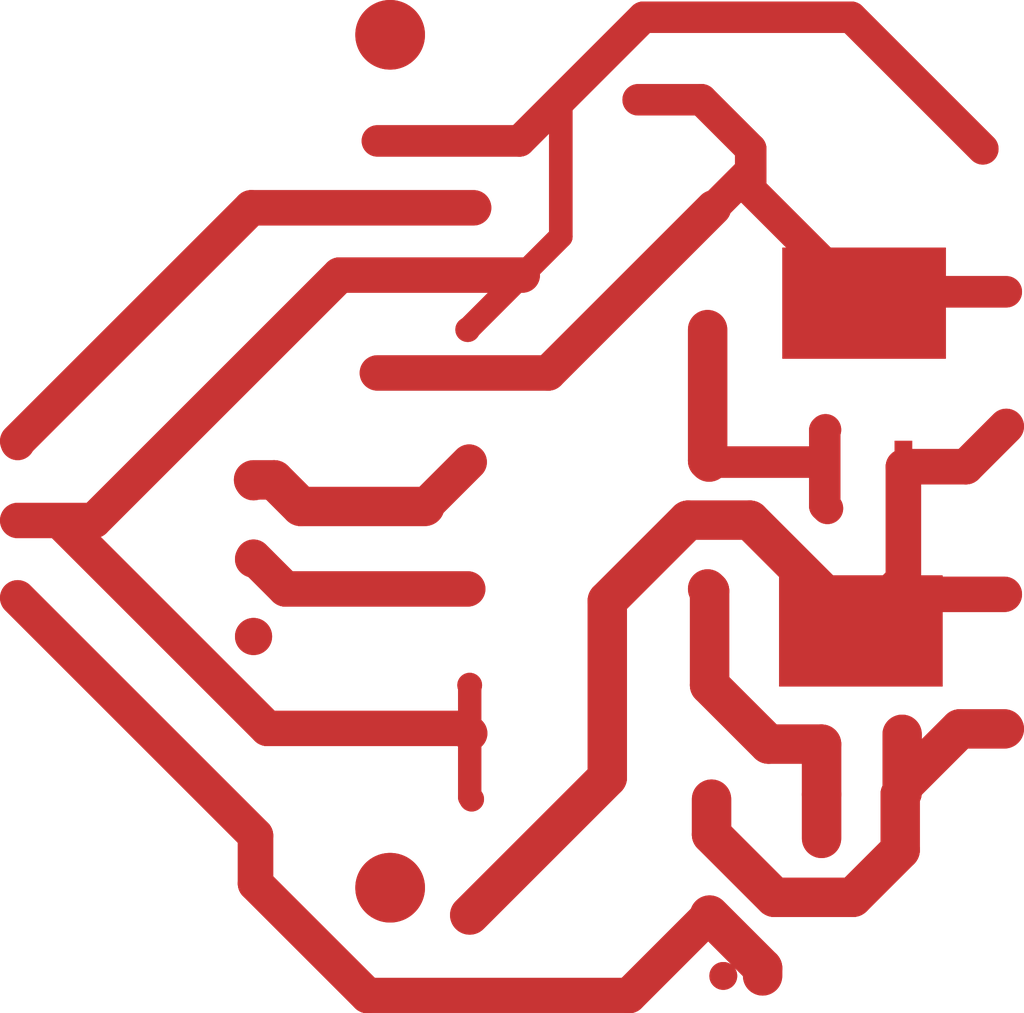
<source format=kicad_pcb>
(kicad_pcb (version 4) (generator "gerbview") (generator_version "8.0")

  (layers 
    (0 F.Cu signal)
    (31 B.Cu signal)
    (32 B.Adhes user)
    (33 F.Adhes user)
    (34 B.Paste user)
    (35 F.Paste user)
    (36 B.SilkS user)
    (37 F.SilkS user)
    (38 B.Mask user)
    (39 F.Mask user)
    (40 Dwgs.User user)
    (41 Cmts.User user)
    (42 Eco1.User user)
    (43 Eco2.User user)
    (44 Edge.Cuts user)
  )

(gr_circle (center 71.755 -31.655) (end 72.655 -31.655)(layer F.Cu) (width 0) (fill solid) )
(gr_circle (center 71.755 -22.955) (end 72.655 -22.955)(layer F.Cu) (width 0) (fill solid) )
(gr_circle (center 71.882 -51.213) (end 72.782 -51.213)(layer F.Cu) (width 0) (fill solid) )
(gr_circle (center 71.882 -42.513) (end 72.782 -42.513)(layer F.Cu) (width 0) (fill solid) )
(gr_poly (pts  (xy 60.71925 -41.58358) (xy 59.58524 -41.58358) (xy 59.58524 -38.22504)
 (xy 60.71925 -38.22504))(layer F.Cu) (width 0) )
(gr_poly (pts  (xy 65.79925 -41.58358) (xy 64.66524 -41.58358) (xy 64.66524 -38.22504)
 (xy 65.79925 -38.22504))(layer F.Cu) (width 0) )
(gr_poly (pts  (xy 67.97545 -54.06605) (xy 57.40905 -54.06605) (xy 57.40905 -46.88552)
 (xy 67.97545 -46.88552))(layer F.Cu) (width 0) )
(gr_poly (pts  (xy 60.51108 -20.39658) (xy 59.37707 -20.39658) (xy 59.37707 -17.03804)
 (xy 60.51108 -17.03804))(layer F.Cu) (width 0) )
(gr_poly (pts  (xy 65.59108 -20.39658) (xy 64.45707 -20.39658) (xy 64.45707 -17.03804)
 (xy 65.59108 -17.03804))(layer F.Cu) (width 0) )
(gr_poly (pts  (xy 67.76728 -32.87905) (xy 57.20088 -32.87905) (xy 57.20088 -25.69852)
 (xy 67.76728 -25.69852))(layer F.Cu) (width 0) )
(gr_circle (center 52.70805 -10.922) (end 53.50805 -10.922)(layer F.Cu) (width 0) (fill solid) )
(gr_circle (center 37.20795 -10.922) (end 38.00795 -10.922)(layer F.Cu) (width 0) (fill solid) )
(gr_circle (center 52.83505 -18.415) (end 53.63505 -18.415)(layer F.Cu) (width 0) (fill solid) )
(gr_circle (center 37.33495 -18.415) (end 38.13495 -18.415)(layer F.Cu) (width 0) (fill solid) )
(gr_circle (center 52.58105 -32.004) (end 53.38105 -32.004)(layer F.Cu) (width 0) (fill solid) )
(gr_circle (center 37.08095 -32.004) (end 37.88095 -32.004)(layer F.Cu) (width 0) (fill solid) )
(gr_circle (center 37.20795 -25.781) (end 38.00795 -25.781)(layer F.Cu) (width 0) (fill solid) )
(gr_circle (center 52.70805 -25.781) (end 53.50805 -25.781)(layer F.Cu) (width 0) (fill solid) )
(gr_circle (center 52.67635 -40.20299) (end 53.47635 -40.20299)(layer F.Cu) (width 0) (fill solid) )
(gr_circle (center 37.17625 -40.20299) (end 37.97625 -40.20299)(layer F.Cu) (width 0) (fill solid) )
(gr_circle (center 37.08095 -48.768) (end 37.88095 -48.768)(layer F.Cu) (width 0) (fill solid) )
(gr_circle (center 52.58105 -48.768) (end 53.38105 -48.768)(layer F.Cu) (width 0) (fill solid) )
(gr_circle (center 48.09236 -63.627) (end 48.99236 -63.627)(layer F.Cu) (width 0) (fill solid) )
(gr_circle (center 43.09364 -63.627) (end 43.99364 -63.627)(layer F.Cu) (width 0) (fill solid) )
(gr_circle (center 31.242 -60.96711) (end 32.142 -60.96711)(layer F.Cu) (width 0) (fill solid) )
(gr_circle (center 31.242 -45.96689) (end 32.142 -45.96689)(layer F.Cu) (width 0) (fill solid) )
(gr_circle (center 70.36511 -60.452) (end 71.26511 -60.452)(layer F.Cu) (width 0) (fill solid) )
(gr_circle (center 55.36489 -60.452) (end 56.26489 -60.452)(layer F.Cu) (width 0) (fill solid) )
(gr_circle (center 52.96205 -56.642) (end 53.76205 -56.642)(layer F.Cu) (width 0) (fill solid) )
(gr_circle (center 37.46195 -56.642) (end 38.26195 -56.642)(layer F.Cu) (width 0) (fill solid) )
(gr_circle (center 32.06712 -67.82689) (end 34.31712 -67.82689)(layer F.Cu) (width 0) (fill solid) )
(gr_circle (center 32.06712 -12.68717) (end 34.31712 -12.68717)(layer F.Cu) (width 0) (fill solid) )
(gr_circle (center 53.594 -6.985) (end 54.494 -6.985)(layer F.Cu) (width 0) (fill solid) )
(gr_poly (pts  (xy 57.034 -7.885) (xy 55.234 -7.885) (xy 55.234 -6.085)
 (xy 57.034 -6.085))(layer F.Cu) (width 0) )
(gr_circle (center 8.001 -41.429) (end 9.101 -41.429)(layer F.Cu) (width 0) (fill solid) )
(gr_circle (center 8.001 -36.42901) (end 9.101 -36.42901)(layer F.Cu) (width 0) (fill solid) )
(gr_circle (center 8.001 -31.42899) (end 9.101 -31.42899)(layer F.Cu) (width 0) (fill solid) )
(gr_circle (center 23.241 -28.929) (end 24.441 -28.929)(layer F.Cu) (width 0) (fill solid) )
(gr_circle (center 23.241 -33.92899) (end 24.441 -33.92899)(layer F.Cu) (width 0) (fill solid) )
(gr_circle (center 23.241 -38.92901) (end 24.441 -38.92901)(layer F.Cu) (width 0) (fill solid) )
(segment (start 34.31126 -37.338) (end 37.17625 -40.20299) (width 2.286) (layer F.Cu) (net 0))
(segment (start 59.944 -21.971) (end 59.944 -18.71739) (width 2.54) (layer F.Cu) (net 0))
(segment (start 59.94408 -18.71731) (end 59.94408 -15.875) (width 2.54) (layer F.Cu) (net 0))
(segment (start 60.15225 -42.24525) (end 60.198 -42.291) (width 2.032) (layer F.Cu) (net 0))
(segment (start 60.15225 -39.90431) (end 60.15225 -37.38375) (width 2.032) (layer F.Cu) (net 0))
(segment (start 60.15225 -37.38375) (end 60.325 -37.211) (width 2.032) (layer F.Cu) (net 0))
(segment (start 52.67635 -40.20299) (end 59.85358 -40.20299) (width 2.032) (layer F.Cu) (net 0))
(segment (start 59.85358 -40.20299) (end 60.15225 -39.90431) (width 2.032) (layer F.Cu) (net 0))
(segment (start 60.15225 -39.90431) (end 60.15225 -42.24525) (width 2.032) (layer F.Cu) (net 0))
(segment (start 52.58105 -48.768) (end 52.58105 -40.29829) (width 2.54) (layer F.Cu) (net 0))
(segment (start 52.58105 -40.29829) (end 52.67635 -40.20299) (width 2.54) (layer F.Cu) (net 0))
(segment (start 52.96205 -56.642) (end 55.36489 -59.04484) (width 2.032) (layer F.Cu) (net 0))
(segment (start 55.36489 -57.80316) (end 62.69225 -50.47579) (width 2.032) (layer F.Cu) (net 0))
(segment (start 55.36489 -60.452) (end 55.36489 -59.04484) (width 2.032) (layer F.Cu) (net 0))
(segment (start 55.36489 -59.04484) (end 55.36489 -57.80316) (width 2.032) (layer F.Cu) (net 0))
(segment (start 48.09236 -63.627) (end 52.18989 -63.627) (width 2.032) (layer F.Cu) (net 0))
(segment (start 52.18989 -63.627) (end 55.36489 -60.452) (width 2.032) (layer F.Cu) (net 0))
(segment (start 31.242 -60.96711) (end 40.43375 -60.96711) (width 2.032) (layer F.Cu) (net 0))
(segment (start 40.43375 -60.96711) (end 43.09364 -63.627) (width 2.032) (layer F.Cu) (net 0))
(segment (start 43.09364 -54.78069) (end 43.09364 -63.627) (width 1.524) (layer F.Cu) (net 0))
(segment (start 31.242 -45.96689) (end 42.28694 -45.96689) (width 2.286) (layer F.Cu) (net 0))
(segment (start 42.28694 -45.96689) (end 52.96205 -56.642) (width 2.286) (layer F.Cu) (net 0))
(segment (start 65.278 -18.46339) (end 65.02408 -18.71731) (width 1.524) (layer F.Cu) (net 0))
(segment (start 71.882 -51.213) (end 63.42946 -51.213) (width 2.032) (layer F.Cu) (net 0))
(segment (start 63.42946 -51.213) (end 62.69225 -50.47579) (width 2.032) (layer F.Cu) (net 0))
(segment (start 43.09364 -63.627) (end 48.42764 -68.961) (width 2.032) (layer F.Cu) (net 0))
(segment (start 48.42764 -68.961) (end 61.85611 -68.961) (width 2.032) (layer F.Cu) (net 0))
(segment (start 61.85611 -68.961) (end 70.36511 -60.452) (width 2.032) (layer F.Cu) (net 0))
(segment (start 37.20795 -18.542) (end 37.33495 -18.415) (width 1.4986) (layer F.Cu) (net 0))
(segment (start 52.70805 -25.781) (end 52.70805 -31.877) (width 2.54) (layer F.Cu) (net 0))
(segment (start 52.70805 -31.877) (end 52.58105 -32.004) (width 2.54) (layer F.Cu) (net 0))
(segment (start 52.70805 -25.781) (end 56.51805 -21.971) (width 2.54) (layer F.Cu) (net 0))
(segment (start 56.51805 -21.971) (end 59.944 -21.971) (width 2.54) (layer F.Cu) (net 0))
(segment (start 71.755 -31.655) (end 64.85029 -31.655) (width 2.286) (layer F.Cu) (net 0))
(segment (start 64.85029 -31.655) (end 62.48408 -29.28879) (width 2.286) (layer F.Cu) (net 0))
(segment (start 63.627 -30.988) (end 65.23225 -32.59325) (width 2.286) (layer F.Cu) (net 0))
(segment (start 65.23225 -32.59325) (end 65.23225 -39.90431) (width 2.286) (layer F.Cu) (net 0))
(segment (start 65.23225 -39.90431) (end 69.27332 -39.90431) (width 2.286) (layer F.Cu) (net 0))
(segment (start 69.27332 -39.90431) (end 71.882 -42.513) (width 2.286) (layer F.Cu) (net 0))
(segment (start 52.83505 -18.415) (end 52.83505 -16.12595) (width 2.54) (layer F.Cu) (net 0))
(segment (start 52.83505 -16.12595) (end 56.896 -12.065) (width 2.54) (layer F.Cu) (net 0))
(segment (start 56.896 -12.065) (end 61.96387 -12.065) (width 2.54) (layer F.Cu) (net 0))
(segment (start 61.96387 -12.065) (end 65.02408 -15.12521) (width 2.54) (layer F.Cu) (net 0))
(segment (start 65.278 -19.35457) (end 65.278 -18.46339) (width 2.032) (layer F.Cu) (net 0))
(segment (start 68.87843 -22.955) (end 71.755 -22.955) (width 2.54) (layer F.Cu) (net 0))
(segment (start 65.278 -19.35457) (end 68.87843 -22.955) (width 2.54) (layer F.Cu) (net 0))
(segment (start 65.02408 -15.12521) (end 65.02408 -18.71731) (width 2.54) (layer F.Cu) (net 0))
(segment (start 65.151 -21.971) (end 65.278 -19.35457) (width 2.032) (layer F.Cu) (net 0))
(segment (start 37.20795 -10.922) (end 46.101 -19.81505) (width 2.54) (layer F.Cu) (net 0))
(segment (start 55.32387 -36.449) (end 62.48408 -29.28879) (width 2.54) (layer F.Cu) (net 0))
(segment (start 46.101 -19.81505) (end 46.101 -31.242) (width 2.54) (layer F.Cu) (net 0))
(segment (start 46.101 -31.242) (end 51.308 -36.449) (width 2.54) (layer F.Cu) (net 0))
(segment (start 51.308 -36.449) (end 55.32387 -36.449) (width 2.54) (layer F.Cu) (net 0))
(segment (start 52.70805 -10.922) (end 56.134 -7.49605) (width 2.54) (layer F.Cu) (net 0))
(segment (start 56.134 -7.49605) (end 56.134 -6.985) (width 2.54) (layer F.Cu) (net 0))
(segment (start 23.241 -39.05601) (end 24.57099 -39.05601) (width 2.54) (layer F.Cu) (net 0))
(segment (start 24.57099 -39.05601) (end 26.289 -37.338) (width 2.54) (layer F.Cu) (net 0))
(segment (start 8.001 -41.556) (end 23.087 -56.642) (width 2.286) (layer F.Cu) (net 0))
(segment (start 23.087 -56.642) (end 37.46195 -56.642) (width 2.286) (layer F.Cu) (net 0))
(segment (start 37.20795 -22.66593) (end 36.88688 -22.987) (width 2.286) (layer F.Cu) (net 0))
(segment (start 37.20795 -25.781) (end 37.20795 -22.66593) (width 1.4986) (layer F.Cu) (net 0))
(segment (start 37.20795 -22.66593) (end 37.20795 -18.542) (width 1.4986) (layer F.Cu) (net 0))
(segment (start 23.241 -34.05599) (end 25.29299 -32.004) (width 2.286) (layer F.Cu) (net 0))
(segment (start 25.29299 -32.004) (end 37.08095 -32.004) (width 2.286) (layer F.Cu) (net 0))
(segment (start 26.289 -37.338) (end 34.31126 -37.338) (width 2.54) (layer F.Cu) (net 0))
(segment (start 36.88688 -22.987) (end 24.13 -22.987) (width 2.286) (layer F.Cu) (net 0))
(segment (start 24.13 -22.987) (end 10.68799 -36.42901) (width 2.286) (layer F.Cu) (net 0))
(segment (start 10.68799 -36.42901) (end 8.001 -36.42901) (width 2.286) (layer F.Cu) (net 0))
(segment (start 8.001 -31.42899) (end 23.368 -16.06199) (width 2.286) (layer F.Cu) (net 0))
(segment (start 23.368 -16.06199) (end 23.368 -12.954) (width 2.286) (layer F.Cu) (net 0))
(segment (start 23.368 -12.954) (end 30.607 -5.715) (width 2.286) (layer F.Cu) (net 0))
(segment (start 47.50105 -5.715) (end 52.70805 -10.922) (width 2.286) (layer F.Cu) (net 0))
(segment (start 30.607 -5.715) (end 47.50105 -5.715) (width 2.286) (layer F.Cu) (net 0))
(segment (start 28.79838 -52.29338) (end 40.60634 -52.29338) (width 2.286) (layer F.Cu) (net 0))
(segment (start 10.68799 -36.42901) (end 12.93401 -36.42901) (width 2.286) (layer F.Cu) (net 0))
(segment (start 37.08095 -48.768) (end 40.60634 -52.29338) (width 1.524) (layer F.Cu) (net 0))
(segment (start 40.60634 -52.29338) (end 43.09364 -54.78069) (width 1.524) (layer F.Cu) (net 0))
(segment (start 12.93401 -36.42901) (end 28.79838 -52.29338) (width 2.286) (layer F.Cu) (net 0))
(segment (start 65.151 -18.84423) (end 65.02408 -18.71731) (width 2.54) (layer F.Cu) (net 0))
(segment (start 65.151 -22.606) (end 65.151 -21.971) (width 2.54) (layer F.Cu) (net 0))
(segment (start 65.151 -21.971) (end 65.151 -18.84423) (width 2.54) (layer F.Cu) (net 0))
(gr_circle (center 71.755 -31.655) (end 72.655 -31.655)(layer F.Cu) (width 0) (fill solid) )
(gr_circle (center 71.755 -22.955) (end 72.655 -22.955)(layer F.Cu) (width 0) (fill solid) )
(gr_circle (center 71.882 -51.213) (end 72.782 -51.213)(layer F.Cu) (width 0) (fill solid) )
(gr_circle (center 71.882 -42.513) (end 72.782 -42.513)(layer F.Cu) (width 0) (fill solid) )
(gr_poly (pts  (xy 60.71925 -41.58358) (xy 59.58524 -41.58358) (xy 59.58524 -38.22504)
 (xy 60.71925 -38.22504))(layer F.Cu) (width 0) )
(gr_poly (pts  (xy 65.79925 -41.58358) (xy 64.66524 -41.58358) (xy 64.66524 -38.22504)
 (xy 65.79925 -38.22504))(layer F.Cu) (width 0) )
(gr_poly (pts  (xy 67.97545 -54.06605) (xy 57.40905 -54.06605) (xy 57.40905 -46.88552)
 (xy 67.97545 -46.88552))(layer F.Cu) (width 0) )
(gr_poly (pts  (xy 60.51108 -20.39658) (xy 59.37707 -20.39658) (xy 59.37707 -17.03804)
 (xy 60.51108 -17.03804))(layer F.Cu) (width 0) )
(gr_poly (pts  (xy 65.59108 -20.39658) (xy 64.45707 -20.39658) (xy 64.45707 -17.03804)
 (xy 65.59108 -17.03804))(layer F.Cu) (width 0) )
(gr_poly (pts  (xy 67.76728 -32.87905) (xy 57.20088 -32.87905) (xy 57.20088 -25.69852)
 (xy 67.76728 -25.69852))(layer F.Cu) (width 0) )
(gr_circle (center 52.70805 -10.922) (end 53.50805 -10.922)(layer F.Cu) (width 0) (fill solid) )
(gr_circle (center 37.20795 -10.922) (end 38.00795 -10.922)(layer F.Cu) (width 0) (fill solid) )
(gr_circle (center 52.83505 -18.415) (end 53.63505 -18.415)(layer F.Cu) (width 0) (fill solid) )
(gr_circle (center 37.33495 -18.415) (end 38.13495 -18.415)(layer F.Cu) (width 0) (fill solid) )
(gr_circle (center 52.58105 -32.004) (end 53.38105 -32.004)(layer F.Cu) (width 0) (fill solid) )
(gr_circle (center 37.08095 -32.004) (end 37.88095 -32.004)(layer F.Cu) (width 0) (fill solid) )
(gr_circle (center 37.20795 -25.781) (end 38.00795 -25.781)(layer F.Cu) (width 0) (fill solid) )
(gr_circle (center 52.70805 -25.781) (end 53.50805 -25.781)(layer F.Cu) (width 0) (fill solid) )
(gr_circle (center 52.67635 -40.20299) (end 53.47635 -40.20299)(layer F.Cu) (width 0) (fill solid) )
(gr_circle (center 37.17625 -40.20299) (end 37.97625 -40.20299)(layer F.Cu) (width 0) (fill solid) )
(gr_circle (center 37.08095 -48.768) (end 37.88095 -48.768)(layer F.Cu) (width 0) (fill solid) )
(gr_circle (center 52.58105 -48.768) (end 53.38105 -48.768)(layer F.Cu) (width 0) (fill solid) )
(gr_circle (center 48.09236 -63.627) (end 48.99236 -63.627)(layer F.Cu) (width 0) (fill solid) )
(gr_circle (center 43.09364 -63.627) (end 43.99364 -63.627)(layer F.Cu) (width 0) (fill solid) )
(gr_circle (center 31.242 -60.96711) (end 32.142 -60.96711)(layer F.Cu) (width 0) (fill solid) )
(gr_circle (center 31.242 -45.96689) (end 32.142 -45.96689)(layer F.Cu) (width 0) (fill solid) )
(gr_circle (center 70.36511 -60.452) (end 71.26511 -60.452)(layer F.Cu) (width 0) (fill solid) )
(gr_circle (center 55.36489 -60.452) (end 56.26489 -60.452)(layer F.Cu) (width 0) (fill solid) )
(gr_circle (center 52.96205 -56.642) (end 53.76205 -56.642)(layer F.Cu) (width 0) (fill solid) )
(gr_circle (center 37.46195 -56.642) (end 38.26195 -56.642)(layer F.Cu) (width 0) (fill solid) )
(gr_circle (center 32.06712 -67.82689) (end 34.31712 -67.82689)(layer F.Cu) (width 0) (fill solid) )
(gr_circle (center 32.06712 -12.68717) (end 34.31712 -12.68717)(layer F.Cu) (width 0) (fill solid) )
(gr_circle (center 53.594 -6.985) (end 54.494 -6.985)(layer F.Cu) (width 0) (fill solid) )
(gr_poly (pts  (xy 57.034 -7.885) (xy 55.234 -7.885) (xy 55.234 -6.085)
 (xy 57.034 -6.085))(layer F.Cu) (width 0) )
(gr_circle (center 8.001 -41.429) (end 9.101 -41.429)(layer F.Cu) (width 0) (fill solid) )
(gr_circle (center 8.001 -36.42901) (end 9.101 -36.42901)(layer F.Cu) (width 0) (fill solid) )
(gr_circle (center 8.001 -31.42899) (end 9.101 -31.42899)(layer F.Cu) (width 0) (fill solid) )
(gr_circle (center 23.241 -28.929) (end 24.441 -28.929)(layer F.Cu) (width 0) (fill solid) )
(gr_circle (center 23.241 -33.92899) (end 24.441 -33.92899)(layer F.Cu) (width 0) (fill solid) )
(gr_circle (center 23.241 -38.92901) (end 24.441 -38.92901)(layer F.Cu) (width 0) (fill solid) )
(segment (start 34.31126 -37.338) (end 37.17625 -40.20299) (width 2.286) (layer F.Cu) (net 0))
(segment (start 59.944 -21.971) (end 59.944 -18.71739) (width 2.54) (layer F.Cu) (net 0))
(segment (start 59.94408 -18.71731) (end 59.94408 -15.875) (width 2.54) (layer F.Cu) (net 0))
(segment (start 60.15225 -42.24525) (end 60.198 -42.291) (width 2.032) (layer F.Cu) (net 0))
(segment (start 60.15225 -39.90431) (end 60.15225 -37.38375) (width 2.032) (layer F.Cu) (net 0))
(segment (start 60.15225 -37.38375) (end 60.325 -37.211) (width 2.032) (layer F.Cu) (net 0))
(segment (start 52.67635 -40.20299) (end 59.85358 -40.20299) (width 2.032) (layer F.Cu) (net 0))
(segment (start 59.85358 -40.20299) (end 60.15225 -39.90431) (width 2.032) (layer F.Cu) (net 0))
(segment (start 60.15225 -39.90431) (end 60.15225 -42.24525) (width 2.032) (layer F.Cu) (net 0))
(segment (start 52.58105 -48.768) (end 52.58105 -40.29829) (width 2.54) (layer F.Cu) (net 0))
(segment (start 52.58105 -40.29829) (end 52.67635 -40.20299) (width 2.54) (layer F.Cu) (net 0))
(segment (start 52.96205 -56.642) (end 55.36489 -59.04484) (width 2.032) (layer F.Cu) (net 0))
(segment (start 55.36489 -57.80316) (end 62.69225 -50.47579) (width 2.032) (layer F.Cu) (net 0))
(segment (start 55.36489 -60.452) (end 55.36489 -59.04484) (width 2.032) (layer F.Cu) (net 0))
(segment (start 55.36489 -59.04484) (end 55.36489 -57.80316) (width 2.032) (layer F.Cu) (net 0))
(segment (start 48.09236 -63.627) (end 52.18989 -63.627) (width 2.032) (layer F.Cu) (net 0))
(segment (start 52.18989 -63.627) (end 55.36489 -60.452) (width 2.032) (layer F.Cu) (net 0))
(segment (start 31.242 -60.96711) (end 40.43375 -60.96711) (width 2.032) (layer F.Cu) (net 0))
(segment (start 40.43375 -60.96711) (end 43.09364 -63.627) (width 2.032) (layer F.Cu) (net 0))
(segment (start 43.09364 -54.78069) (end 43.09364 -63.627) (width 1.524) (layer F.Cu) (net 0))
(segment (start 31.242 -45.96689) (end 42.28694 -45.96689) (width 2.286) (layer F.Cu) (net 0))
(segment (start 42.28694 -45.96689) (end 52.96205 -56.642) (width 2.286) (layer F.Cu) (net 0))
(segment (start 65.278 -18.46339) (end 65.02408 -18.71731) (width 1.524) (layer F.Cu) (net 0))
(segment (start 71.882 -51.213) (end 63.42946 -51.213) (width 2.032) (layer F.Cu) (net 0))
(segment (start 63.42946 -51.213) (end 62.69225 -50.47579) (width 2.032) (layer F.Cu) (net 0))
(segment (start 43.09364 -63.627) (end 48.42764 -68.961) (width 2.032) (layer F.Cu) (net 0))
(segment (start 48.42764 -68.961) (end 61.85611 -68.961) (width 2.032) (layer F.Cu) (net 0))
(segment (start 61.85611 -68.961) (end 70.36511 -60.452) (width 2.032) (layer F.Cu) (net 0))
(segment (start 37.20795 -18.542) (end 37.33495 -18.415) (width 1.4986) (layer F.Cu) (net 0))
(segment (start 52.70805 -25.781) (end 52.70805 -31.877) (width 2.54) (layer F.Cu) (net 0))
(segment (start 52.70805 -31.877) (end 52.58105 -32.004) (width 2.54) (layer F.Cu) (net 0))
(segment (start 52.70805 -25.781) (end 56.51805 -21.971) (width 2.54) (layer F.Cu) (net 0))
(segment (start 56.51805 -21.971) (end 59.944 -21.971) (width 2.54) (layer F.Cu) (net 0))
(segment (start 71.755 -31.655) (end 64.85029 -31.655) (width 2.286) (layer F.Cu) (net 0))
(segment (start 64.85029 -31.655) (end 62.48408 -29.28879) (width 2.286) (layer F.Cu) (net 0))
(segment (start 63.627 -30.988) (end 65.23225 -32.59325) (width 2.286) (layer F.Cu) (net 0))
(segment (start 65.23225 -32.59325) (end 65.23225 -39.90431) (width 2.286) (layer F.Cu) (net 0))
(segment (start 65.23225 -39.90431) (end 69.27332 -39.90431) (width 2.286) (layer F.Cu) (net 0))
(segment (start 69.27332 -39.90431) (end 71.882 -42.513) (width 2.286) (layer F.Cu) (net 0))
(segment (start 52.83505 -18.415) (end 52.83505 -16.12595) (width 2.54) (layer F.Cu) (net 0))
(segment (start 52.83505 -16.12595) (end 56.896 -12.065) (width 2.54) (layer F.Cu) (net 0))
(segment (start 56.896 -12.065) (end 61.96387 -12.065) (width 2.54) (layer F.Cu) (net 0))
(segment (start 61.96387 -12.065) (end 65.02408 -15.12521) (width 2.54) (layer F.Cu) (net 0))
(segment (start 65.278 -19.35457) (end 65.278 -18.46339) (width 2.032) (layer F.Cu) (net 0))
(segment (start 68.87843 -22.955) (end 71.755 -22.955) (width 2.54) (layer F.Cu) (net 0))
(segment (start 65.278 -19.35457) (end 68.87843 -22.955) (width 2.54) (layer F.Cu) (net 0))
(segment (start 65.02408 -15.12521) (end 65.02408 -18.71731) (width 2.54) (layer F.Cu) (net 0))
(segment (start 65.151 -21.971) (end 65.278 -19.35457) (width 2.032) (layer F.Cu) (net 0))
(segment (start 37.20795 -10.922) (end 46.101 -19.81505) (width 2.54) (layer F.Cu) (net 0))
(segment (start 55.32387 -36.449) (end 62.48408 -29.28879) (width 2.54) (layer F.Cu) (net 0))
(segment (start 46.101 -19.81505) (end 46.101 -31.242) (width 2.54) (layer F.Cu) (net 0))
(segment (start 46.101 -31.242) (end 51.308 -36.449) (width 2.54) (layer F.Cu) (net 0))
(segment (start 51.308 -36.449) (end 55.32387 -36.449) (width 2.54) (layer F.Cu) (net 0))
(segment (start 52.70805 -10.922) (end 56.134 -7.49605) (width 2.54) (layer F.Cu) (net 0))
(segment (start 56.134 -7.49605) (end 56.134 -6.985) (width 2.54) (layer F.Cu) (net 0))
(segment (start 23.241 -39.05601) (end 24.57099 -39.05601) (width 2.54) (layer F.Cu) (net 0))
(segment (start 24.57099 -39.05601) (end 26.289 -37.338) (width 2.54) (layer F.Cu) (net 0))
(segment (start 8.001 -41.556) (end 23.087 -56.642) (width 2.286) (layer F.Cu) (net 0))
(segment (start 23.087 -56.642) (end 37.46195 -56.642) (width 2.286) (layer F.Cu) (net 0))
(segment (start 37.20795 -22.66593) (end 36.88688 -22.987) (width 2.286) (layer F.Cu) (net 0))
(segment (start 37.20795 -25.781) (end 37.20795 -22.66593) (width 1.4986) (layer F.Cu) (net 0))
(segment (start 37.20795 -22.66593) (end 37.20795 -18.542) (width 1.4986) (layer F.Cu) (net 0))
(segment (start 23.241 -34.05599) (end 25.29299 -32.004) (width 2.286) (layer F.Cu) (net 0))
(segment (start 25.29299 -32.004) (end 37.08095 -32.004) (width 2.286) (layer F.Cu) (net 0))
(segment (start 26.289 -37.338) (end 34.31126 -37.338) (width 2.54) (layer F.Cu) (net 0))
(segment (start 36.88688 -22.987) (end 24.13 -22.987) (width 2.286) (layer F.Cu) (net 0))
(segment (start 24.13 -22.987) (end 10.68799 -36.42901) (width 2.286) (layer F.Cu) (net 0))
(segment (start 10.68799 -36.42901) (end 8.001 -36.42901) (width 2.286) (layer F.Cu) (net 0))
(segment (start 8.001 -31.42899) (end 23.368 -16.06199) (width 2.286) (layer F.Cu) (net 0))
(segment (start 23.368 -16.06199) (end 23.368 -12.954) (width 2.286) (layer F.Cu) (net 0))
(segment (start 23.368 -12.954) (end 30.607 -5.715) (width 2.286) (layer F.Cu) (net 0))
(segment (start 47.50105 -5.715) (end 52.70805 -10.922) (width 2.286) (layer F.Cu) (net 0))
(segment (start 30.607 -5.715) (end 47.50105 -5.715) (width 2.286) (layer F.Cu) (net 0))
(segment (start 28.79838 -52.29338) (end 40.60634 -52.29338) (width 2.286) (layer F.Cu) (net 0))
(segment (start 10.68799 -36.42901) (end 12.93401 -36.42901) (width 2.286) (layer F.Cu) (net 0))
(segment (start 37.08095 -48.768) (end 40.60634 -52.29338) (width 1.524) (layer F.Cu) (net 0))
(segment (start 40.60634 -52.29338) (end 43.09364 -54.78069) (width 1.524) (layer F.Cu) (net 0))
(segment (start 12.93401 -36.42901) (end 28.79838 -52.29338) (width 2.286) (layer F.Cu) (net 0))
(segment (start 65.151 -18.84423) (end 65.02408 -18.71731) (width 2.54) (layer F.Cu) (net 0))
(segment (start 65.151 -22.606) (end 65.151 -21.971) (width 2.54) (layer F.Cu) (net 0))
(segment (start 65.151 -21.971) (end 65.151 -18.84423) (width 2.54) (layer F.Cu) (net 0))
)

</source>
